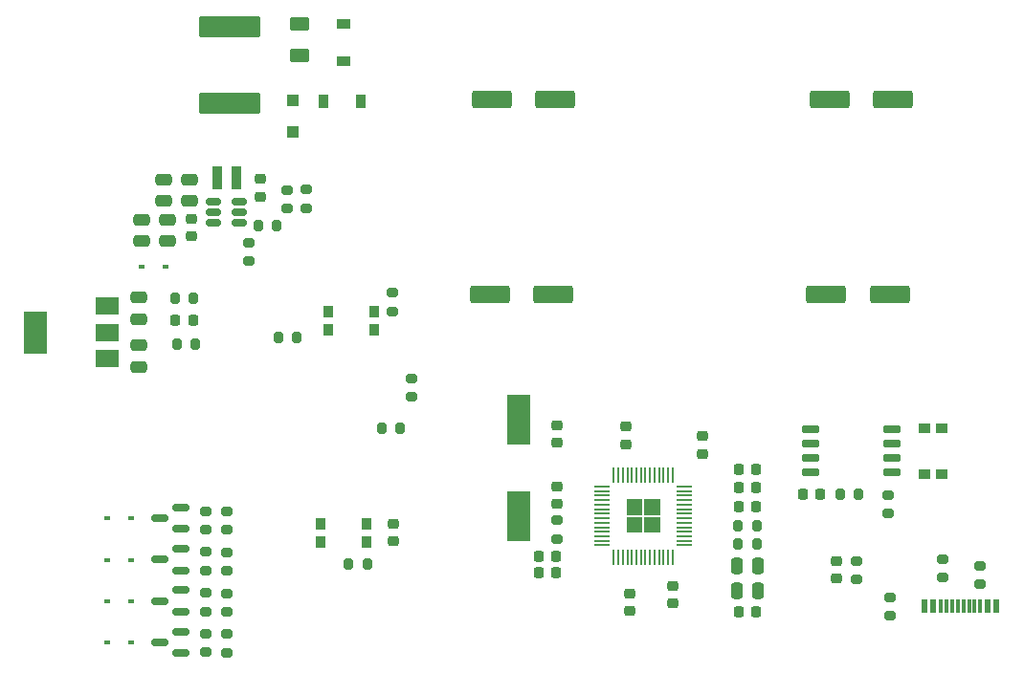
<source format=gbr>
%TF.GenerationSoftware,KiCad,Pcbnew,(6.0.2-0)*%
%TF.CreationDate,2022-05-20T12:12:43+02:00*%
%TF.ProjectId,Huge-Stepper-Driver,48756765-2d53-4746-9570-7065722d4472,rev?*%
%TF.SameCoordinates,Original*%
%TF.FileFunction,Paste,Top*%
%TF.FilePolarity,Positive*%
%FSLAX46Y46*%
G04 Gerber Fmt 4.6, Leading zero omitted, Abs format (unit mm)*
G04 Created by KiCad (PCBNEW (6.0.2-0)) date 2022-05-20 12:12:43*
%MOMM*%
%LPD*%
G01*
G04 APERTURE LIST*
G04 Aperture macros list*
%AMRoundRect*
0 Rectangle with rounded corners*
0 $1 Rounding radius*
0 $2 $3 $4 $5 $6 $7 $8 $9 X,Y pos of 4 corners*
0 Add a 4 corners polygon primitive as box body*
4,1,4,$2,$3,$4,$5,$6,$7,$8,$9,$2,$3,0*
0 Add four circle primitives for the rounded corners*
1,1,$1+$1,$2,$3*
1,1,$1+$1,$4,$5*
1,1,$1+$1,$6,$7*
1,1,$1+$1,$8,$9*
0 Add four rect primitives between the rounded corners*
20,1,$1+$1,$2,$3,$4,$5,0*
20,1,$1+$1,$4,$5,$6,$7,0*
20,1,$1+$1,$6,$7,$8,$9,0*
20,1,$1+$1,$8,$9,$2,$3,0*%
G04 Aperture macros list end*
%ADD10RoundRect,0.150000X0.587500X0.150000X-0.587500X0.150000X-0.587500X-0.150000X0.587500X-0.150000X0*%
%ADD11RoundRect,0.250000X0.475000X-0.250000X0.475000X0.250000X-0.475000X0.250000X-0.475000X-0.250000X0*%
%ADD12RoundRect,0.250000X-1.500000X-0.550000X1.500000X-0.550000X1.500000X0.550000X-1.500000X0.550000X0*%
%ADD13R,0.600000X0.450000*%
%ADD14RoundRect,0.200000X-0.275000X0.200000X-0.275000X-0.200000X0.275000X-0.200000X0.275000X0.200000X0*%
%ADD15R,2.000000X4.500000*%
%ADD16RoundRect,0.250000X0.625000X-0.375000X0.625000X0.375000X-0.625000X0.375000X-0.625000X-0.375000X0*%
%ADD17RoundRect,0.225000X0.225000X0.250000X-0.225000X0.250000X-0.225000X-0.250000X0.225000X-0.250000X0*%
%ADD18RoundRect,0.200000X0.200000X0.275000X-0.200000X0.275000X-0.200000X-0.275000X0.200000X-0.275000X0*%
%ADD19RoundRect,0.200000X0.275000X-0.200000X0.275000X0.200000X-0.275000X0.200000X-0.275000X-0.200000X0*%
%ADD20RoundRect,0.150000X-0.512500X-0.150000X0.512500X-0.150000X0.512500X0.150000X-0.512500X0.150000X0*%
%ADD21R,0.900000X1.000000*%
%ADD22RoundRect,0.218750X0.256250X-0.218750X0.256250X0.218750X-0.256250X0.218750X-0.256250X-0.218750X0*%
%ADD23RoundRect,0.250000X-0.250000X-0.475000X0.250000X-0.475000X0.250000X0.475000X-0.250000X0.475000X0*%
%ADD24R,1.200000X0.900000*%
%ADD25RoundRect,0.250000X2.475000X-0.712500X2.475000X0.712500X-2.475000X0.712500X-2.475000X-0.712500X0*%
%ADD26RoundRect,0.225000X0.250000X-0.225000X0.250000X0.225000X-0.250000X0.225000X-0.250000X-0.225000X0*%
%ADD27RoundRect,0.225000X-0.225000X-0.250000X0.225000X-0.250000X0.225000X0.250000X-0.225000X0.250000X0*%
%ADD28RoundRect,0.050000X-0.050000X0.587500X-0.050000X-0.587500X0.050000X-0.587500X0.050000X0.587500X0*%
%ADD29RoundRect,0.050000X-0.587500X-0.050000X0.587500X-0.050000X0.587500X0.050000X-0.587500X0.050000X0*%
%ADD30RoundRect,0.050000X0.050000X-0.587500X0.050000X0.587500X-0.050000X0.587500X-0.050000X-0.587500X0*%
%ADD31RoundRect,0.050000X0.587500X0.050000X-0.587500X0.050000X-0.587500X-0.050000X0.587500X-0.050000X0*%
%ADD32RoundRect,0.200000X-0.200000X-0.275000X0.200000X-0.275000X0.200000X0.275000X-0.200000X0.275000X0*%
%ADD33RoundRect,0.250000X-0.475000X0.250000X-0.475000X-0.250000X0.475000X-0.250000X0.475000X0.250000X0*%
%ADD34R,1.000000X0.900000*%
%ADD35RoundRect,0.225000X-0.250000X0.225000X-0.250000X-0.225000X0.250000X-0.225000X0.250000X0.225000X0*%
%ADD36R,0.600000X1.150000*%
%ADD37R,0.300000X1.150000*%
%ADD38R,0.600000X0.900000*%
%ADD39RoundRect,0.225000X0.225000X0.825000X-0.225000X0.825000X-0.225000X-0.825000X0.225000X-0.825000X0*%
%ADD40RoundRect,0.150000X0.650000X0.150000X-0.650000X0.150000X-0.650000X-0.150000X0.650000X-0.150000X0*%
%ADD41R,1.100000X1.100000*%
%ADD42R,2.000000X1.500000*%
%ADD43R,2.000000X3.800000*%
%ADD44RoundRect,0.218750X0.218750X0.256250X-0.218750X0.256250X-0.218750X-0.256250X0.218750X-0.256250X0*%
%ADD45R,0.900000X1.200000*%
G04 APERTURE END LIST*
%TO.C,U3*%
G36*
X146555200Y-120928800D02*
G01*
X145156800Y-120928800D01*
X145156800Y-122301800D01*
X146555200Y-122301800D01*
X146555200Y-120928800D01*
G37*
G36*
X148130000Y-122505000D02*
G01*
X146731600Y-122505000D01*
X146731600Y-123878000D01*
X148130000Y-123878000D01*
X148130000Y-122505000D01*
G37*
G36*
X146553800Y-122505000D02*
G01*
X145155400Y-122505000D01*
X145155400Y-123878000D01*
X146553800Y-123878000D01*
X146553800Y-122505000D01*
G37*
G36*
X148130000Y-120928800D02*
G01*
X146731600Y-120928800D01*
X146731600Y-122301800D01*
X148130000Y-122301800D01*
X148130000Y-120928800D01*
G37*
%TD*%
D10*
%TO.C,Q8*%
X105772900Y-134530000D03*
X105772900Y-132630000D03*
X103897900Y-133580000D03*
%TD*%
D11*
%TO.C,C2*%
X104571200Y-98040200D03*
X104571200Y-96140200D03*
%TD*%
D12*
%TO.C,C25*%
X133267800Y-85521800D03*
X138867800Y-85521800D03*
%TD*%
D13*
%TO.C,D4*%
X102250000Y-100310000D03*
X104350000Y-100310000D03*
%TD*%
D14*
%TO.C,R37*%
X109817600Y-132842400D03*
X109817600Y-134492400D03*
%TD*%
D11*
%TO.C,C1*%
X102271200Y-98040200D03*
X102271200Y-96140200D03*
%TD*%
D15*
%TO.C,Y1*%
X135580000Y-113910000D03*
X135580000Y-122410000D03*
%TD*%
D16*
%TO.C,F2*%
X116230400Y-81584800D03*
X116230400Y-78784800D03*
%TD*%
D17*
%TO.C,C12*%
X138935000Y-127440000D03*
X137385000Y-127440000D03*
%TD*%
D18*
%TO.C,R7*%
X106871800Y-103082000D03*
X105221800Y-103082000D03*
%TD*%
D14*
%TO.C,R13*%
X139020000Y-122795000D03*
X139020000Y-124445000D03*
%TD*%
D19*
%TO.C,R20*%
X165500000Y-128035000D03*
X165500000Y-126385000D03*
%TD*%
D20*
%TO.C,U1*%
X108593700Y-94543800D03*
X108593700Y-95493800D03*
X108593700Y-96443800D03*
X110868700Y-96443800D03*
X110868700Y-95493800D03*
X110868700Y-94543800D03*
%TD*%
D19*
%TO.C,R2*%
X173130000Y-127845000D03*
X173130000Y-126195000D03*
%TD*%
D21*
%TO.C,SW2*%
X118053000Y-124672600D03*
X122153000Y-124672600D03*
X122153000Y-123072600D03*
X118053000Y-123072600D03*
%TD*%
D22*
%TO.C,D6*%
X163770000Y-127957500D03*
X163770000Y-126382500D03*
%TD*%
D19*
%TO.C,R6*%
X111767400Y-99830200D03*
X111767400Y-98180200D03*
%TD*%
D23*
%TO.C,C10*%
X154921400Y-126825058D03*
X156821400Y-126825058D03*
%TD*%
D24*
%TO.C,D2*%
X120167400Y-78842600D03*
X120167400Y-82142600D03*
%TD*%
D25*
%TO.C,F1*%
X110058200Y-85861300D03*
X110058200Y-79086300D03*
%TD*%
D13*
%TO.C,D9*%
X101338800Y-129947800D03*
X99238800Y-129947800D03*
%TD*%
D26*
%TO.C,C3*%
X106647400Y-97661600D03*
X106647400Y-96111600D03*
%TD*%
D27*
%TO.C,C14*%
X155106400Y-130909229D03*
X156656400Y-130909229D03*
%TD*%
%TO.C,C11*%
X155096400Y-118254200D03*
X156646400Y-118254200D03*
%TD*%
D28*
%TO.C,U3*%
X149230000Y-118765900D03*
X148830000Y-118765900D03*
X148430000Y-118765900D03*
X148030000Y-118765900D03*
X147630000Y-118765900D03*
X147230000Y-118765900D03*
X146830000Y-118765900D03*
X146430000Y-118765900D03*
X146030000Y-118765900D03*
X145630000Y-118765900D03*
X145230000Y-118765900D03*
X144830000Y-118765900D03*
X144430000Y-118765900D03*
X144030000Y-118765900D03*
D29*
X142992500Y-119803400D03*
X142992500Y-120203400D03*
X142992500Y-120603400D03*
X142992500Y-121003400D03*
X142992500Y-121403400D03*
X142992500Y-121803400D03*
X142992500Y-122203400D03*
X142992500Y-122603400D03*
X142992500Y-123003400D03*
X142992500Y-123403400D03*
X142992500Y-123803400D03*
X142992500Y-124203400D03*
X142992500Y-124603400D03*
X142992500Y-125003400D03*
D30*
X144030000Y-126040900D03*
X144430000Y-126040900D03*
X144830000Y-126040900D03*
X145230000Y-126040900D03*
X145630000Y-126040900D03*
X146030000Y-126040900D03*
X146430000Y-126040900D03*
X146830000Y-126040900D03*
X147230000Y-126040900D03*
X147630000Y-126040900D03*
X148030000Y-126040900D03*
X148430000Y-126040900D03*
X148830000Y-126040900D03*
X149230000Y-126040900D03*
D31*
X150267500Y-125003400D03*
X150267500Y-124603400D03*
X150267500Y-124203400D03*
X150267500Y-123803400D03*
X150267500Y-123403400D03*
X150267500Y-123003400D03*
X150267500Y-122603400D03*
X150267500Y-122203400D03*
X150267500Y-121803400D03*
X150267500Y-121403400D03*
X150267500Y-121003400D03*
X150267500Y-120603400D03*
X150267500Y-120203400D03*
X150267500Y-119803400D03*
%TD*%
D14*
%TO.C,R35*%
X109817600Y-125629066D03*
X109817600Y-127279066D03*
%TD*%
D27*
%TO.C,C13*%
X155096400Y-121582545D03*
X156646400Y-121582545D03*
%TD*%
D23*
%TO.C,C9*%
X154921400Y-128989229D03*
X156821400Y-128989229D03*
%TD*%
D13*
%TO.C,D7*%
X101338800Y-122632600D03*
X99238800Y-122632600D03*
%TD*%
D32*
%TO.C,R10*%
X120590000Y-126680000D03*
X122240000Y-126680000D03*
%TD*%
D33*
%TO.C,C7*%
X102020400Y-107288200D03*
X102020400Y-109188200D03*
%TD*%
D13*
%TO.C,D8*%
X101338800Y-126290200D03*
X99238800Y-126290200D03*
%TD*%
%TO.C,D10*%
X101338800Y-133605400D03*
X99238800Y-133605400D03*
%TD*%
D10*
%TO.C,Q6*%
X105772900Y-127214800D03*
X105772900Y-125314800D03*
X103897900Y-126264800D03*
%TD*%
D19*
%TO.C,R1*%
X168440000Y-131235000D03*
X168440000Y-129585000D03*
%TD*%
D26*
%TO.C,C19*%
X145110000Y-116045000D03*
X145110000Y-114495000D03*
%TD*%
D14*
%TO.C,R4*%
X115120000Y-93515000D03*
X115120000Y-95165000D03*
%TD*%
D18*
%TO.C,R5*%
X114207400Y-96700200D03*
X112557400Y-96700200D03*
%TD*%
D34*
%TO.C,SW1*%
X171482600Y-114613800D03*
X171482600Y-118713800D03*
X173082600Y-114613800D03*
X173082600Y-118713800D03*
%TD*%
D35*
%TO.C,C18*%
X145470000Y-129255000D03*
X145470000Y-130805000D03*
%TD*%
D33*
%TO.C,C5*%
X104237400Y-92620200D03*
X104237400Y-94520200D03*
%TD*%
D26*
%TO.C,C21*%
X139040000Y-115930000D03*
X139040000Y-114380000D03*
%TD*%
D35*
%TO.C,C16*%
X149221400Y-128605000D03*
X149221400Y-130155000D03*
%TD*%
D36*
%TO.C,J2*%
X171510000Y-130365000D03*
X172310000Y-130365000D03*
D37*
X173460000Y-130365000D03*
X174460000Y-130365000D03*
X174960000Y-130365000D03*
X175960000Y-130365000D03*
D38*
X177110000Y-130490000D03*
X177910000Y-130490000D03*
D36*
X177910000Y-130365000D03*
X177110000Y-130365000D03*
D37*
X176460000Y-130365000D03*
X175460000Y-130365000D03*
X173960000Y-130365000D03*
X172960000Y-130365000D03*
D38*
X172310000Y-130365000D03*
X171510000Y-130490000D03*
%TD*%
D18*
%TO.C,R15*%
X125125000Y-114630000D03*
X123475000Y-114630000D03*
%TD*%
D26*
%TO.C,C20*%
X151910000Y-116895000D03*
X151910000Y-115345000D03*
%TD*%
D39*
%TO.C,L1*%
X110657400Y-92440200D03*
X108957400Y-92440200D03*
%TD*%
D19*
%TO.C,R38*%
X107917600Y-123642400D03*
X107917600Y-121992400D03*
%TD*%
D21*
%TO.C,SW3*%
X118770000Y-105880000D03*
X122870000Y-105880000D03*
X122870000Y-104280000D03*
X118770000Y-104280000D03*
%TD*%
D26*
%TO.C,C34*%
X124548000Y-124647600D03*
X124548000Y-123097600D03*
%TD*%
D19*
%TO.C,R39*%
X107917600Y-127249066D03*
X107917600Y-125599066D03*
%TD*%
D17*
%TO.C,C24*%
X162285000Y-120490000D03*
X160735000Y-120490000D03*
%TD*%
D27*
%TO.C,C15*%
X155096400Y-119918374D03*
X156646400Y-119918374D03*
%TD*%
D40*
%TO.C,U4*%
X168602600Y-118508800D03*
X168602600Y-117238800D03*
X168602600Y-115968800D03*
X168602600Y-114698800D03*
X161402600Y-114698800D03*
X161402600Y-115968800D03*
X161402600Y-117238800D03*
X161402600Y-118508800D03*
%TD*%
D41*
%TO.C,D3*%
X115620800Y-88395000D03*
X115620800Y-85595000D03*
%TD*%
D19*
%TO.C,R14*%
X116830000Y-95155000D03*
X116830000Y-93505000D03*
%TD*%
D32*
%TO.C,R9*%
X155046400Y-124910887D03*
X156696400Y-124910887D03*
%TD*%
D35*
%TO.C,C4*%
X112747400Y-92565200D03*
X112747400Y-94115200D03*
%TD*%
D14*
%TO.C,R34*%
X109817600Y-121982400D03*
X109817600Y-123632400D03*
%TD*%
%TO.C,R18*%
X124460000Y-102640000D03*
X124460000Y-104290000D03*
%TD*%
D33*
%TO.C,C6*%
X106487400Y-92620200D03*
X106487400Y-94520200D03*
%TD*%
D19*
%TO.C,R16*%
X126130000Y-111875000D03*
X126130000Y-110225000D03*
%TD*%
D12*
%TO.C,C26*%
X163110000Y-85550000D03*
X168710000Y-85550000D03*
%TD*%
D19*
%TO.C,R3*%
X176440000Y-128465000D03*
X176440000Y-126815000D03*
%TD*%
D12*
%TO.C,C28*%
X162840000Y-102760000D03*
X168440000Y-102760000D03*
%TD*%
D14*
%TO.C,R36*%
X109817600Y-129255732D03*
X109817600Y-130905732D03*
%TD*%
D17*
%TO.C,C17*%
X138935000Y-125966800D03*
X137385000Y-125966800D03*
%TD*%
D32*
%TO.C,R8*%
X155046400Y-123246716D03*
X156696400Y-123246716D03*
%TD*%
D42*
%TO.C,U2*%
X99189200Y-108439000D03*
D43*
X92889200Y-106139000D03*
D42*
X99189200Y-106139000D03*
X99189200Y-103839000D03*
%TD*%
D32*
%TO.C,R17*%
X114365000Y-106570000D03*
X116015000Y-106570000D03*
%TD*%
D18*
%TO.C,R19*%
X107040000Y-107200000D03*
X105390000Y-107200000D03*
%TD*%
D44*
%TO.C,D5*%
X106834300Y-105088600D03*
X105259300Y-105088600D03*
%TD*%
D19*
%TO.C,R41*%
X107917600Y-134462400D03*
X107917600Y-132812400D03*
%TD*%
D12*
%TO.C,C27*%
X133060000Y-102780000D03*
X138660000Y-102780000D03*
%TD*%
D32*
%TO.C,R12*%
X164063200Y-120515400D03*
X165713200Y-120515400D03*
%TD*%
D10*
%TO.C,Q7*%
X105772900Y-130872400D03*
X105772900Y-128972400D03*
X103897900Y-129922400D03*
%TD*%
%TO.C,Q5*%
X105772900Y-123557200D03*
X105772900Y-121657200D03*
X103897900Y-122607200D03*
%TD*%
D19*
%TO.C,R11*%
X168342600Y-122190800D03*
X168342600Y-120540800D03*
%TD*%
%TO.C,R40*%
X107917600Y-130855732D03*
X107917600Y-129205732D03*
%TD*%
D26*
%TO.C,C22*%
X139020000Y-121325000D03*
X139020000Y-119775000D03*
%TD*%
D11*
%TO.C,C8*%
X102020400Y-104971800D03*
X102020400Y-103071800D03*
%TD*%
D45*
%TO.C,D1*%
X118365000Y-85640000D03*
X121665000Y-85640000D03*
%TD*%
M02*

</source>
